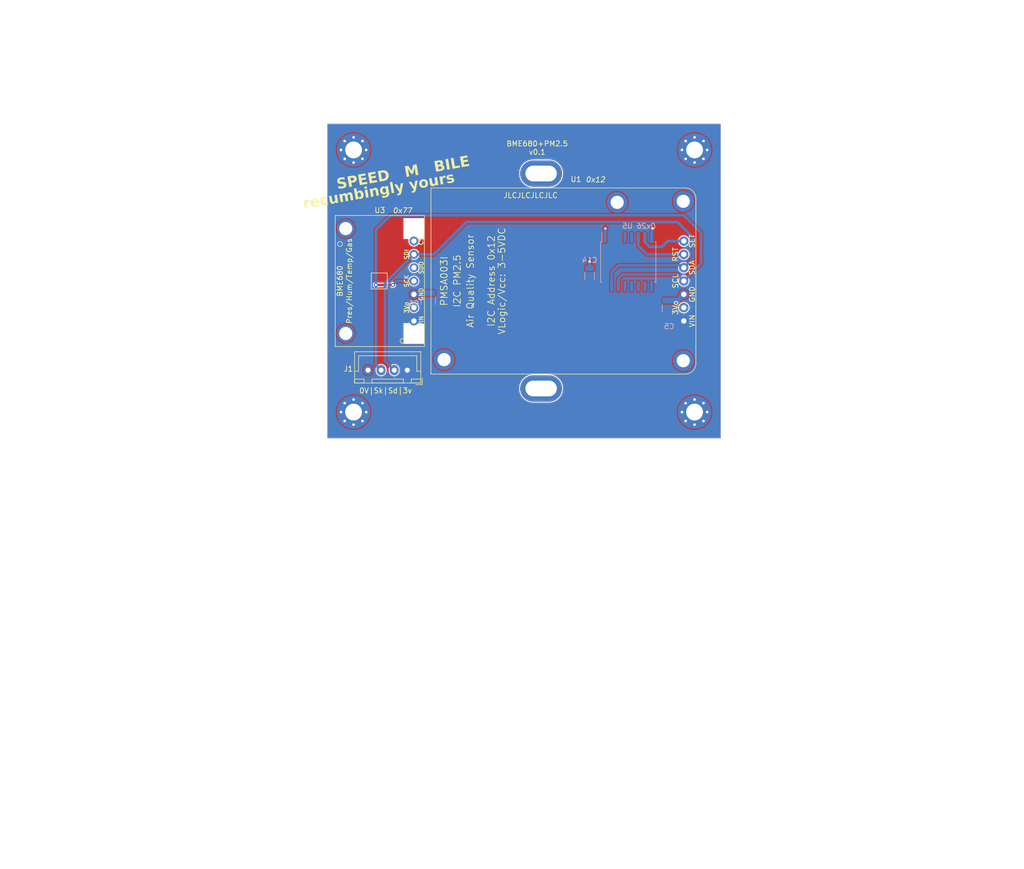
<source format=kicad_pcb>
(kicad_pcb (version 20221018) (generator pcbnew)
  (layers (0 "F.Cu" signal) (31 "B.Cu" signal) (34 "B.Paste" user) (35 "F.Paste" user) (36 "B.SilkS" user "B.Silkscreen") (37 "F.SilkS" user "F.Silkscreen") (38 "B.Mask" user) (39 "F.Mask" user) (44 "Edge.Cuts" user))
  (net 0 "")
  (net 1 "GND")
  (net 2 "+3V3")
  (net 3 "/SDA")
  (net 4 "/SCL")
  (net 6 "/RST")
  (net 7 "/SET")
  (footprint "additional:PMSA003I" (layer "F.Cu") (at 149.95 76 90)
    (fp_text reference "U1" (at 19.4 -20.55 unlocked) (layer "F.SilkS"))
    (fp_text value "~")
    (fp_text user "VIN" (at -7.62 1.6 90 unlocked) (layer "F.SilkS"))
    (fp_text user "PMSA003I" (at 0 -45.7 90 unlocked) (layer "F.SilkS") (effects (font (size 1.3 1.3))))
    (fp_text user "I2C PM2.5" (at 0 -43.2 90 unlocked) (layer "F.SilkS") (effects (font (size 1.3 1.3))))
    (fp_text user "RST" (at 5.08 -1.6 90 unlocked) (layer "F.SilkS"))
    (fp_text user "SET" (at 7.62 1.6 90 unlocked) (layer "F.SilkS"))
    (fp_text user "SCL" (at 0 -1.6 90 unlocked) (layer "F.SilkS"))
    (fp_text user "SDA" (at 2.54 1.6 90 unlocked) (layer "F.SilkS"))
    (fp_text user "GND" (at -2.54 1.6 90 unlocked) (layer "F.SilkS"))
    (fp_text user "3Vo" (at -5.08 -1.6 90 unlocked) (layer "F.SilkS"))
    (fp_text user "Air Quality Sensor" (at 0 -40.7 90 unlocked) (layer "F.SilkS") (effects (font (size 1.3 1.3))))
    (fp_text user "I2C Address 0x12" (at 0 -36.7 90 unlocked) (layer "F.SilkS") (effects (font (size 1.3 1.3))))
    (fp_text user "VLogic/Vcc: 3-5VDC" (at 0 -34.7 90 unlocked) (layer "F.SilkS") (effects (font (size 1.3 1.3))))
    (pad "" np_thru_hole oval (at -20.5 -27.2 90) (size 5 8) (drill oval 3 6) (layers "F&B.Cu" "*.Mask"))
    (pad "" np_thru_hole oval (at 20.5 -27.2 90) (size 5 8) (drill oval 3 6) (layers "F&B.Cu" "*.Mask"))
    (pad "1" thru_hole circle (at -7.62 0 90) (size 1.8 1.8) (drill 1) (layers "*.Cu" "*.Mask") (net 2 "+3V3"))
    (pad "2" thru_hole circle (at -5.08 0 90) (size 1.8 1.8) (drill 1) (layers "*.Cu" "*.Mask"))
    (pad "3" thru_hole circle (at -15.2 -0.1 90) (size 4 4) (drill 2.5) (layers "*.Cu" "*.Mask") (net 1 "GND"))
    (pad "3" thru_hole circle (at -15 -45.6946 90) (size 4 4) (drill 2.5) (layers "*.Cu" "*.Mask") (net 1 "GND"))
    (pad "3" thru_hole circle (at -2.54 0 90) (size 1.8 1.8) (drill 1) (layers "*.Cu" "*.Mask") (net 1 "GND"))
    (pad "3" thru_hole circle (at 15 -12.7 90) (size 4 4) (drill 2.5) (layers "*.Cu" "*.Mask") (net 1 "GND"))
    (pad "3" thru_hole circle (at 15.2 -0.1 90) (size 4 4) (drill 2.5) (layers "*.Cu" "*.Mask") (net 1 "GND"))
    (pad "4" thru_hole circle (at 0 0 90) (size 1.8 1.8) (drill 1) (layers "*.Cu" "*.Mask") (net 4 "/SCL"))
    (pad "5" thru_hole circle (at 2.54 0 90) (size 1.8 1.8) (drill 1) (layers "*.Cu" "*.Mask") (net 3 "/SDA"))
    (pad "6" thru_hole circle (at 5.08 0 90) (size 1.8 1.8) (drill 1) (layers "*.Cu" "*.Mask") (net 6 "/RST"))
    (pad "7" thru_hole circle (at 7.62 0 90) (size 1.8 1.8) (drill 1) (layers "*.Cu" "*.Mask") (net 7 "/SET"))
  )
  (footprint "additional:OSHW-Logo2_9.8x8mm_Mask" (layer "F.Cu") (at 142 100)
    (fp_text reference "SYMB1" hide)
    (fp_text value "OSHW" hide)
    (fp_poly (pts (xy 3.570851 2.639393) (xy 3.594205 2.649599) (xy 3.649946 2.693745) (xy 3.697613 2.757578) (xy 3.727092 2.825698) (xy 3.73189 2.859281) (xy 3.715804 2.906167) (xy 3.680519 2.930976) (xy 3.642688 2.945998) (xy 3.625365 2.948766) (xy 3.61693 2.928677) (xy 3.600274 2.884962) (xy 3.592967 2.865209) (xy 3.551992 2.796882) (xy 3.492666 2.762802) (xy 3.416596 2.76385) (xy 3.410962 2.765192) (xy 3.370349 2.784447) (xy 3.340492 2.821986) (xy 3.320099 2.88242) (xy 3.30788 2.970362) (xy 3.302544 3.090424) (xy 3.302044 3.154309) (xy 3.301796 3.255014) (xy 3.30017 3.323665) (xy 3.295845 3.367284) (xy 3.287498 3.392893) (xy 3.273809 3.407514) (xy 3.253455 3.418169) (xy 3.252278 3.418706) (xy 3.213082 3.435278) (xy 3.193663 3.44138) (xy 3.190679 3.42293) (xy 3.188125 3.371934) (xy 3.186184 3.294919) (xy 3.185041 3.198416) (xy 3.184813 3.127795) (xy 3.185976 2.991136) (xy 3.190523 2.887462) (xy 3.200043 2.810719) (xy 3.216125 2.754857) (xy 3.240357 2.713823) (xy 3.27433 2.681565) (xy 3.307877 2.659051) (xy 3.388543 2.629087) (xy 3.482425 2.622329) (xy 3.570851 2.639393)) (stroke (width 0.01)) (fill solid) (layer "F.Cu"))
    (fp_poly (pts (xy -1.728292 2.5977) (xy -1.665589 2.633969) (xy -1.621995 2.669969) (xy -1.590111 2.707686) (xy -1.568146 2.75381) (xy -1.554307 2.815032) (xy -1.546803 2.898042) (xy -1.543839 3.00953) (xy -1.543495 3.089673) (xy -1.543495 3.384676) (xy -1.709571 3.459126) (xy -1.719341 3.136013) (xy -1.723377 3.01534) (xy -1.727612 2.927752) (xy -1.732859 2.867261) (xy -1.739931 2.827879) (xy -1.749645 2.803618) (xy -1.762812 2.788491) (xy -1.767037 2.785217) (xy -1.831047 2.759645) (xy -1.895748 2.769764) (xy -1.934264 2.796611) (xy -1.949931 2.815635) (xy -1.960776 2.840599) (xy -1.967668 2.878445) (xy -1.971477 2.936113) (xy -1.973073 3.020546) (xy -1.973341 3.108539) (xy -1.973393 3.218934) (xy -1.975284 3.297074) (xy -1.981611 3.349776) (xy -1.994973 3.383853) (xy -2.017971 3.406122) (xy -2.053202 3.423398) (xy -2.100259 3.441349) (xy -2.151653 3.460889) (xy -2.145535 3.114096) (xy -2.143072 2.989079) (xy -2.140189 2.896693) (xy -2.136058 2.830492) (xy -2.129849 2.784031) (xy -2.12073 2.750867) (xy -2.107873 2.724555) (xy -2.092372 2.70134) (xy -2.017585 2.62718) (xy -1.926328 2.584295) (xy -1.827073 2.574023) (xy -1.728292 2.5977)) (stroke (width 0.01)) (fill solid) (layer "F.Cu"))
    (fp_poly (pts (xy 0.713406 2.627281) (xy 0.802161 2.660032) (xy 0.874066 2.717961) (xy 0.902188 2.758739) (xy 0.932846 2.833565) (xy 0.932209 2.887669) (xy 0.900031 2.924057) (xy 0.888125 2.930244) (xy 0.836719 2.949536) (xy 0.810466 2.944593) (xy 0.801574 2.912198) (xy 0.801121 2.894303) (xy 0.784841 2.82847) (xy 0.742409 2.782418) (xy 0.683432 2.760175) (xy 0.617519 2.765772) (xy 0.563939 2.79484) (xy 0.545842 2.811421) (xy 0.533015 2.831536) (xy 0.52435 2.861943) (xy 0.51874 2.909399) (xy 0.515079 2.980661) (xy 0.512259 3.082486) (xy 0.511528 3.114726) (xy 0.508864 3.225021) (xy 0.505836 3.302647) (xy 0.501294 3.354007) (xy 0.49409 3.385501) (xy 0.483077 3.403531) (xy 0.467104 3.414499) (xy 0.456878 3.419344) (xy 0.41345 3.435912) (xy 0.387886 3.44138) (xy 0.379439 3.423118) (xy 0.374283 3.367907) (xy 0.37239 3.27511) (xy 0.373733 3.144089) (xy 0.374151 3.12388) (xy 0.377102 3.004344) (xy 0.380592 2.91706) (xy 0.385558 2.855202) (xy 0.392937 2.811947) (xy 0.403668 2.780471) (xy 0.418689 2.75395) (xy 0.426546 2.742586) (xy 0.471597 2.692303) (xy 0.521984 2.653192) (xy 0.528152 2.649778) (xy 0.618502 2.622823) (xy 0.713406 2.627281)) (stroke (width 0.01)) (fill solid) (layer "F.Cu"))
    (fp_poly (pts (xy -0.84011 2.494731) (xy -0.834384 2.574591) (xy -0.827807 2.62165) (xy -0.818694 2.642177) (xy -0.805358 2.64244) (xy -0.801033 2.639989) (xy -0.743512 2.622247) (xy -0.668688 2.623283) (xy -0.592617 2.641521) (xy -0.545038 2.665116) (xy -0.496254 2.702809) (xy -0.460592 2.745466) (xy -0.436111 2.799668) (xy -0.420869 2.871995) (xy -0.412926 2.96903) (xy -0.41034 3.097353) (xy -0.410294 3.121969) (xy -0.410264 3.398481) (xy -0.471795 3.419931) (xy -0.515497 3.434523) (xy -0.539474 3.441317) (xy -0.540179 3.44138) (xy -0.542541 3.422956) (xy -0.54455 3.372137) (xy -0.546055 3.295604) (xy -0.546903 3.200041) (xy -0.547033 3.14194) (xy -0.547305 3.027382) (xy -0.548704 2.945278) (xy -0.552107 2.889004) (xy -0.558389 2.851937) (xy -0.568427 2.827455) (xy -0.583095 2.808936) (xy -0.592254 2.800017) (xy -0.655167 2.764077) (xy -0.72382 2.761386) (xy -0.786108 2.791781) (xy -0.797627 2.802755) (xy -0.814523 2.82339) (xy -0.826242 2.847867) (xy -0.833723 2.883258) (xy -0.837902 2.936637) (xy -0.839719 3.015077) (xy -0.84011 3.123228) (xy -0.84011 3.398481) (xy -0.901641 3.419931) (xy -0.945343 3.434523) (xy -0.96932 3.441317) (xy -0.970026 3.44138) (xy -0.97183 3.42268) (xy -0.973456 3.369933) (xy -0.974839 3.288168) (xy -0.975914 3.182416) (xy -0.976616 3.057705) (xy -0.976879 2.919066) (xy -0.976879 2.384417) (xy -0.849879 2.330847) (xy -0.84011 2.494731)) (stroke (width 0.01)) (fill solid) (layer "F.Cu"))
    (fp_poly (pts (xy 2.395973 2.639273) (xy 2.398955 2.690679) (xy 2.401291 2.768803) (xy 2.402793 2.867468) (xy 2.403275 2.970954) (xy 2.403275 3.321144) (xy 2.341445 3.382974) (xy 2.298837 3.421073) (xy 2.261434 3.436506) (xy 2.210314 3.435529) (xy 2.190022 3.433044) (xy 2.126598 3.425811) (xy 2.074139 3.421666) (xy 2.061352 3.421283) (xy 2.018243 3.423787) (xy 1.956588 3.430073) (xy 1.932682 3.433044) (xy 1.873966 3.437639) (xy 1.834508 3.427657) (xy 1.795382 3.396839) (xy 1.781259 3.382974) (xy 1.719429 3.321144) (xy 1.719429 2.666114) (xy 1.769194 2.64344) (xy 1.812046 2.626645) (xy 1.837117 2.620765) (xy 1.843545 2.639347) (xy 1.849553 2.691266) (xy 1.854741 2.770783) (xy 1.858708 2.872157) (xy 1.860621 2.957803) (xy 1.865967 3.294842) (xy 1.912604 3.301436) (xy 1.95502 3.296825) (xy 1.975804 3.281898) (xy 1.981614 3.253988) (xy 1.986574 3.194536) (xy 1.99029 3.111077) (xy 1.992368 3.011143) (xy 1.992668 2.959715) (xy 1.992967 2.663665) (xy 2.054498 2.642215) (xy 2.098048 2.627631) (xy 2.121738 2.62083) (xy 2.122421 2.620765) (xy 2.124798 2.639253) (xy 2.12741 2.690517) (xy 2.130039 2.76826) (xy 2.132465 2.866185) (xy 2.134159 2.957803) (xy 2.139505 3.294842) (xy 2.256736 3.294842) (xy 2.262116 2.987357) (xy 2.267495 2.679872) (xy 2.324645 2.650318) (xy 2.366841 2.630024) (xy 2.391814 2.620815) (xy 2.392535 2.620765) (xy 2.395973 2.639273)) (stroke (width 0.01)) (fill solid) (layer "F.Cu"))
    (fp_poly (pts (xy -3.98307 2.589867) (xy -3.891492 2.63802) (xy -3.823907 2.715516) (xy -3.799899 2.765338) (xy -3.781218 2.840144) (xy -3.771655 2.934663) (xy -3.770748 3.037821) (xy -3.778035 3.138546) (xy -3.793053 3.225764) (xy -3.815341 3.288402) (xy -3.822191 3.29919) (xy -3.903324 3.379716) (xy -3.99969 3.427947) (xy -4.104255 3.442061) (xy -4.209988 3.42024) (xy -4.239413 3.407158) (xy -4.296715 3.366842) (xy -4.347006 3.313386) (xy -4.351759 3.306606) (xy -4.371078 3.273932) (xy -4.383848 3.239005) (xy -4.391392 3.193025) (xy -4.395032 3.127195) (xy -4.396091 3.032716) (xy -4.39611 3.011534) (xy -4.396062 3.004793) (xy -4.200725 3.004793) (xy -4.199588 3.09396) (xy -4.195115 3.153131) (xy -4.18571 3.191352) (xy -4.16978 3.217664) (xy -4.161648 3.226457) (xy -4.114898 3.259872) (xy -4.069509 3.258348) (xy -4.023616 3.229363) (xy -3.996244 3.19842) (xy -3.980033 3.153254) (xy -3.97093 3.082031) (xy -3.970305 3.073725) (xy -3.968752 2.944648) (xy -3.984991 2.848783) (xy -4.018804 2.786718) (xy -4.069972 2.759043) (xy -4.088236 2.757534) (xy -4.136196 2.765124) (xy -4.169003 2.791419) (xy -4.189061 2.841706) (xy -4.198778 2.921275) (xy -4.200725 3.004793) (xy -4.396062 3.004793) (xy -4.395382 2.91086) (xy -4.392327 2.840517) (xy -4.385634 2.791774) (xy -4.373996 2.755899) (xy -4.356103 2.724159) (xy -4.352148 2.718259) (xy -4.285689 2.638715) (xy -4.213271 2.59254) (xy -4.125107 2.57421) (xy -4.095169 2.573314) (xy -3.98307 2.589867)) (stroke (width 0.01)) (fill solid) (layer "F.Cu"))
    (fp_poly (pts (xy 4.245268 2.650449) (xy 4.322572 2.700972) (xy 4.359858 2.746201) (xy 4.389397 2.828274) (xy 4.391743 2.893218) (xy 4.386429 2.980056) (xy 4.186159 3.067714) (xy 4.088783 3.112498) (xy 4.025157 3.148524) (xy 3.992073 3.179728) (xy 3.986324 3.210047) (xy 4.004702 3.243416) (xy 4.024967 3.265534) (xy 4.083933 3.301004) (xy 4.148068 3.30349) (xy 4.20697 3.275846) (xy 4.250241 3.220931) (xy 4.25798 3.201539) (xy 4.29505 3.140975) (xy 4.337698 3.115163) (xy 4.396198 3.093082) (xy 4.396198 3.176795) (xy 4.391026 3.233761) (xy 4.370767 3.2818) (xy 4.328306 3.336957) (xy 4.321995 3.344125) (xy 4.274764 3.393196) (xy 4.234165 3.419531) (xy 4.183372 3.431646) (xy 4.141264 3.435614) (xy 4.065946 3.436602) (xy 4.01233 3.424077) (xy 3.978882 3.40548) (xy 3.926312 3.364586) (xy 3.889923 3.320359) (xy 3.866894 3.264737) (xy 3.854403 3.189658) (xy 3.849631 3.08706) (xy 3.84925 3.034987) (xy 3.850545 2.972559) (xy 3.968515 2.972559) (xy 3.969883 3.006049) (xy 3.973293 3.011534) (xy 3.995797 3.004083) (xy 4.044226 2.984364) (xy 4.108952 2.956329) (xy 4.122487 2.950303) (xy 4.204288 2.908707) (xy 4.249356 2.872149) (xy 4.259261 2.837907) (xy 4.23557 2.803259) (xy 4.216004 2.78795) (xy 4.145404 2.757332) (xy 4.079324 2.762391) (xy 4.024003 2.799762) (xy 3.98568 2.866084) (xy 3.973393 2.918727) (xy 3.968515 2.972559) (xy 3.850545 2.972559) (xy 3.851774 2.913331) (xy 3.861076 2.823321) (xy 3.879504 2.757778) (xy 3.909404 2.709523) (xy 3.953124 2.671378) (xy 3.972185 2.659051) (xy 4.05877 2.626947) (xy 4.153566 2.624927) (xy 4.245268 2.650449)) (stroke (width 0.01)) (fill solid) (layer "F.Cu"))
    (fp_poly (pts (xy 1.602125 2.7829) (xy 1.601877 2.928931) (xy 1.600916 3.041266) (xy 1.598838 3.125289) (xy 1.595237 3.18638) (xy 1.589709 3.22992) (xy 1.581848 3.26129) (xy 1.571251 3.285873) (xy 1.563226 3.299905) (xy 1.496772 3.375999) (xy 1.412514 3.423695) (xy 1.319293 3.44081) (xy 1.225944 3.425157) (xy 1.170356 3.397029) (xy 1.112001 3.348371) (xy 1.07223 3.288944) (xy 1.048234 3.211118) (xy 1.037205 3.107263) (xy 1.035643 3.031073) (xy 1.035853 3.025597) (xy 1.172352 3.025597) (xy 1.173185 3.112966) (xy 1.177005 3.170803) (xy 1.18579 3.20864) (xy 1.201518 3.236009) (xy 1.22031 3.256653) (xy 1.283419 3.296501) (xy 1.351181 3.299906) (xy 1.415223 3.266636) (xy 1.420208 3.262128) (xy 1.441483 3.238678) (xy 1.454823 3.210777) (xy 1.462045 3.169252) (xy 1.464967 3.104927) (xy 1.465429 3.033811) (xy 1.464427 2.944469) (xy 1.460282 2.884869) (xy 1.45128 2.8457) (xy 1.435711 2.817651) (xy 1.422946 2.802755) (xy 1.363644 2.765186) (xy 1.295345 2.760668) (xy 1.230154 2.789364) (xy 1.217572 2.800017) (xy 1.196155 2.823674) (xy 1.182788 2.851862) (xy 1.17561 2.893856) (xy 1.172763 2.95893) (xy 1.172352 3.025597) (xy 1.035853 3.025597) (xy 1.040366 2.908376) (xy 1.056406 2.816188) (xy 1.086572 2.74688) (xy 1.133673 2.692822) (xy 1.170356 2.665116) (xy 1.237034 2.635183) (xy 1.314316 2.621289) (xy 1.386154 2.625008) (xy 1.426352 2.640011) (xy 1.442126 2.644281) (xy 1.452594 2.628361) (xy 1.4599 2.5857) (xy 1.465429 2.520717) (xy 1.471481 2.448343) (xy 1.479888 2.404798) (xy 1.495185 2.379898) (xy 1.521908 2.363456) (xy 1.538698 2.356175) (xy 1.602198 2.329574) (xy 1.602125 2.7829)) (stroke (width 0.01)) (fill solid) (layer "F.Cu"))
    (fp_poly (pts (xy -2.465702 2.602356) (xy -2.38867 2.654178) (xy -2.32914 2.729023) (xy -2.293578 2.824265) (xy -2.286385 2.894367) (xy -2.287202 2.92362) (xy -2.294042 2.946018) (xy -2.312844 2.966085) (xy -2.349548 2.988344) (xy -2.410094 3.01732) (xy -2.500422 3.057538) (xy -2.500879 3.05774) (xy -2.584023 3.095821) (xy -2.652203 3.129636) (xy -2.698451 3.155544) (xy -2.715798 3.169906) (xy -2.715802 3.170022) (xy -2.700513 3.201296) (xy -2.66476 3.235768) (xy -2.623714 3.260601) (xy -2.602919 3.265534) (xy -2.546186 3.248473) (xy -2.497329 3.205744) (xy -2.473491 3.158766) (xy -2.450559 3.124133) (xy -2.405638 3.084692) (xy -2.352833 3.05062) (xy -2.306246 3.032091) (xy -2.296504 3.031073) (xy -2.285538 3.047826) (xy -2.284877 3.09065) (xy -2.292936 3.148392) (xy -2.308129 3.2099) (xy -2.32887 3.26402) (xy -2.329918 3.266121) (xy -2.392335 3.353271) (xy -2.47323 3.41255) (xy -2.5651 3.441645) (xy -2.660443 3.438245) (xy -2.751758 3.400039) (xy -2.755818 3.397352) (xy -2.82765 3.332253) (xy -2.874883 3.247316) (xy -2.901022 3.135632) (xy -2.90453 3.104254) (xy -2.910743 2.956147) (xy -2.903295 2.887079) (xy -2.715802 2.887079) (xy -2.713366 2.930163) (xy -2.700042 2.942737) (xy -2.666824 2.93333) (xy -2.614462 2.911094) (xy -2.555932 2.883221) (xy -2.554477 2.882483) (xy -2.504867 2.856388) (xy -2.484956 2.838974) (xy -2.489866 2.820718) (xy -2.51054 2.796731) (xy -2.563137 2.762017) (xy -2.619779 2.759467) (xy -2.670587 2.78473) (xy -2.70568 2.833458) (xy -2.715802 2.887079) (xy -2.903295 2.887079) (xy -2.897964 2.837647) (xy -2.865178 2.743666) (xy -2.819535 2.677826) (xy -2.737154 2.611292) (xy -2.64641 2.578287) (xy -2.553771 2.576184) (xy -2.465702 2.602356)) (stroke (width 0.01)) (fill solid) (layer "F.Cu"))
    (fp_poly (pts (xy 0.053545 2.628914) (xy 0.130104 2.657344) (xy 0.13098 2.65789) (xy 0.178329 2.692738) (xy 0.213285 2.733463) (xy 0.237869 2.786536) (xy 0.254106 2.858425) (xy 0.264019 2.955603) (xy 0.26963 3.084539) (xy 0.270121 3.102909) (xy 0.277185 3.379898) (xy 0.217739 3.410639) (xy 0.174725 3.431413) (xy 0.148754 3.441257) (xy 0.147553 3.44138) (xy 0.143058 3.423217) (xy 0.139488 3.374223) (xy 0.137292 3.302642) (xy 0.136813 3.244679) (xy 0.136802 3.150781) (xy 0.13251 3.091814) (xy 0.117547 3.06369) (xy 0.085526 3.062317) (xy 0.030058 3.083609) (xy -0.053687 3.122747) (xy -0.115267 3.155254) (xy -0.146939 3.183456) (xy -0.15625 3.214193) (xy -0.156264 3.215715) (xy -0.140899 3.268665) (xy -0.095409 3.297271) (xy -0.02579 3.301414) (xy 0.024357 3.300695) (xy 0.050798 3.315138) (xy 0.067287 3.349829) (xy 0.076777 3.394027) (xy 0.063101 3.419104) (xy 0.057951 3.422693) (xy 0.009469 3.437107) (xy -0.058425 3.439148) (xy -0.128344 3.429594) (xy -0.177888 3.412133) (xy -0.246386 3.353975) (xy -0.285322 3.273019) (xy -0.293033 3.209771) (xy -0.287149 3.152722) (xy -0.265855 3.106153) (xy -0.223691 3.064792) (xy -0.155197 3.023366) (xy -0.054912 2.976604) (xy -0.048802 2.973961) (xy 0.041534 2.932228) (xy 0.097279 2.898002) (xy 0.121173 2.867246) (xy 0.115957 2.835922) (xy 0.084372 2.799994) (xy 0.074927 2.791727) (xy 0.011661 2.759669) (xy -0.053892 2.761018) (xy -0.110984 2.792449) (xy -0.148863 2.850635) (xy -0.152382 2.862057) (xy -0.186656 2.917448) (xy -0.230147 2.944129) (xy -0.293033 2.970571) (xy -0.293033 2.902159) (xy -0.273904 2.802721) (xy -0.217125 2.711513) (xy -0.187578 2.681) (xy -0.120414 2.641839) (xy -0.035 2.624111) (xy 0.053545 2.628914)) (stroke (width 0.01)) (fill solid) (layer "F.Cu"))
    (fp_poly (pts (xy -3.23107 2.587116) (xy -3.156417 2.624338) (xy -3.090525 2.692872) (xy -3.072379 2.718259) (xy -3.052611 2.751477) (xy -3.039784 2.787556) (xy -3.032446 2.835709) (xy -3.029143 2.905147) (xy -3.028418 2.996817) (xy -3.031693 3.122441) (xy -3.043079 3.216765) (xy -3.064915 3.287134) (xy -3.099537 3.340897) (xy -3.149286 3.385399) (xy -3.152942 3.388034) (xy -3.201971 3.414988) (xy -3.261011 3.428323) (xy -3.336097 3.431611) (xy -3.458161 3.431611) (xy -3.458212 3.550108) (xy -3.459348 3.616103) (xy -3.46627 3.654813) (xy -3.484358 3.67803) (xy -3.518994 3.697544) (xy -3.527311 3.701531) (xy -3.566236 3.720214) (xy -3.596373 3.732014) (xy -3.618782 3.733033) (xy -3.634523 3.719372) (xy -3.644654 3.687133) (xy -3.650233 3.632415) (xy -3.652321 3.551322) (xy -3.651975 3.439955) (xy -3.650256 3.294413) (xy -3.649719 3.25088) (xy -3.647784 3.100816) (xy -3.646052 3.002653) (xy -3.458264 3.002653) (xy -3.457208 3.085975) (xy -3.452518 3.140491) (xy -3.441905 3.176448) (xy -3.423084 3.204093) (xy -3.410306 3.217576) (xy -3.358066 3.257028) (xy -3.311814 3.260239) (xy -3.264089 3.22766) (xy -3.262879 3.226457) (xy -3.243462 3.201279) (xy -3.231649 3.167058) (xy -3.225691 3.114359) (xy -3.223836 3.033742) (xy -3.223802 3.015882) (xy -3.228286 2.904786) (xy -3.242882 2.827772) (xy -3.269306 2.780758) (xy -3.309273 2.759661) (xy -3.332372 2.757534) (xy -3.387194 2.767511) (xy -3.424798 2.800363) (xy -3.447433 2.860468) (xy -3.45735 2.952209) (xy -3.458264 3.002653) (xy -3.646052 3.002653) (xy -3.645734 2.984671) (xy -3.643083 2.89729) (xy -3.63935 2.833516) (xy -3.634049 2.788193) (xy -3.626698 2.756166) (xy -3.616813 2.732279) (xy -3.60391 2.711375) (xy -3.598377 2.703509) (xy -3.524987 2.629206) (xy -3.432196 2.587078) (xy -3.32486 2.575333) (xy -3.23107 2.587116)) (stroke (width 0.01)) (fill solid) (layer "F.Cu"))
    (fp_poly (pts (xy 2.887377 2.636139) (xy 2.943634 2.661728) (xy 2.987791 2.692735) (xy 3.020145 2.727406) (xy 3.042482 2.772131) (xy 3.05659 2.833303) (xy 3.064255 2.917312) (xy 3.067264 3.030551) (xy 3.067582 3.10512) (xy 3.067582 3.396031) (xy 3.017817 3.418706) (xy 2.97862 3.435278) (xy 2.959201 3.44138) (xy 2.955486 3.423221) (xy 2.952539 3.374259) (xy 2.950735 3.302764) (xy 2.950352 3.245996) (xy 2.948705 3.163982) (xy 2.944266 3.09892) (xy 2.937784 3.059078) (xy 2.932634 3.050611) (xy 2.898021 3.059257) (xy 2.843684 3.081434) (xy 2.780766 3.111497) (xy 2.720412 3.143803) (xy 2.673765 3.172709) (xy 2.65197 3.192572) (xy 2.651883 3.192786) (xy 2.653758 3.229546) (xy 2.670569 3.264637) (xy 2.700083 3.293139) (xy 2.74316 3.302672) (xy 2.779976 3.301561) (xy 2.832118 3.300744) (xy 2.859488 3.31296) (xy 2.875926 3.345235) (xy 2.877999 3.351321) (xy 2.885125 3.39735) (xy 2.866068 3.425298) (xy 2.816397 3.438618) (xy 2.762741 3.441081) (xy 2.666186 3.422821) (xy 2.616203 3.396742) (xy 2.554473 3.335479) (xy 2.521734 3.260281) (xy 2.518797 3.180822) (xy 2.546468 3.106778) (xy 2.588091 3.06038) (xy 2.629648 3.034404) (xy 2.694966 3.001518) (xy 2.771082 2.968168) (xy 2.78377 2.963072) (xy 2.867377 2.926176) (xy 2.915574 2.893657) (xy 2.931074 2.861329) (xy 2.916594 2.825005) (xy 2.891736 2.796611) (xy 2.832983 2.76165) (xy 2.768337 2.759028) (xy 2.709052 2.785969) (xy 2.666383 2.839699) (xy 2.660783 2.853561) (xy 2.628177 2.904547) (xy 2.580574 2.942398) (xy 2.520505 2.973461) (xy 2.520505 2.885379) (xy 2.524041 2.831562) (xy 2.5392 2.789145) (xy 2.572812 2.74389) (xy 2.605079 2.709031) (xy 2.655253 2.659673) (xy 2.694237 2.633158) (xy 2.736108 2.622522) (xy 2.783504 2.620765) (xy 2.887377 2.636139)) (stroke (width 0.01)) (fill solid) (layer "F.Cu"))
    (fp_poly (pts (xy 0.139922 -3.709613) (xy 0.245656 -3.709034) (xy 0.322176 -3.707467) (xy 0.374416 -3.704417) (xy 0.407307 -3.699393) (xy 0.425781 -3.6919) (xy 0.434771 -3.681445) (xy 0.439207 -3.667536) (xy 0.439638 -3.665735) (xy 0.446377 -3.633244) (xy 0.458852 -3.569137) (xy 0.475763 -3.480238) (xy 0.495815 -3.37337) (xy 0.517708 -3.255356) (xy 0.518473 -3.251211) (xy 0.540403 -3.135558) (xy 0.560921 -3.033375) (xy 0.578703 -2.950791) (xy 0.592425 -2.893933) (xy 0.600762 -2.868931) (xy 0.60116 -2.868488) (xy 0.625721 -2.856279) (xy 0.676359 -2.835933) (xy 0.742139 -2.811844) (xy 0.742505 -2.811715) (xy 0.825361 -2.780571) (xy 0.923044 -2.740898) (xy 1.015121 -2.701008) (xy 1.019478 -2.699036) (xy 1.169451 -2.630969) (xy 1.501542 -2.85775) (xy 1.603418 -2.926885) (xy 1.695701 -2.988692) (xy 1.773047 -3.039656) (xy 1.830108 -3.076262) (xy 1.861539 -3.094995) (xy 1.864523 -3.096385) (xy 1.887365 -3.090199) (xy 1.930026 -3.060354) (xy 1.994172 -3.005442) (xy 2.081465 -2.924055) (xy 2.170579 -2.837467) (xy 2.256485 -2.752142) (xy 2.333371 -2.674281) (xy 2.396608 -2.608692) (xy 2.441567 -2.560184) (xy 2.46362 -2.533564) (xy 2.46444 -2.532194) (xy 2.466878 -2.513926) (xy 2.457694 -2.484094) (xy 2.434618 -2.438668) (xy 2.395381 -2.373619) (xy 2.337714 -2.284919) (xy 2.260839 -2.170732) (xy 2.192614 -2.070227) (xy 2.131626 -1.980086) (xy 2.0814 -1.90554) (xy 2.04546 -1.851824) (xy 2.027331 -1.824171) (xy 2.02619 -1.822294) (xy 2.028403 -1.795799) (xy 2.045182 -1.744303) (xy 2.073186 -1.677538) (xy 2.083166 -1.656217) (xy 2.126716 -1.56123) (xy 2.173178 -1.453452) (xy 2.210921 -1.360197) (xy 2.238117 -1.290983) (xy 2.259719 -1.238383) (xy 2.272202 -1.210892) (xy 2.273753 -1.208773) (xy 2.296712 -1.205265) (xy 2.35083 -1.195651) (xy 2.428912 -1.1813) (xy 2.523763 -1.163582) (xy 2.628187 -1.143864) (xy 2.734988 -1.123515) (xy 2.83697 -1.103903) (xy 2.926938 -1.086398) (xy 2.997697 -1.072367) (xy 3.04205 -1.06318) (xy 3.052929 -1.060582) (xy 3.064166 -1.054171) (xy 3.072649 -1.039692) (xy 3.078758 -1.012256) (xy 3.082876 -0.966978) (xy 3.085385 -0.898969) (xy 3.086665 -0.803342) (xy 3.087098 -0.675209) (xy 3.087121 -0.622688) (xy 3.087121 -0.195544) (xy 2.984544 -0.175298) (xy 2.927475 -0.164319) (xy 2.842313 -0.148294) (xy 2.739416 -0.129156) (xy 2.62914 -0.108838) (xy 2.598659 -0.103257) (xy 2.496899 -0.083472) (xy 2.408249 -0.064016) (xy 2.340152 -0.046692) (xy 2.300048 -0.033301) (xy 2.293367 -0.02931) (xy 2.276963 -0.001047) (xy 2.253443 0.05372) (xy 2.22736 0.124199) (xy 2.222186 0.13938) (xy 2.188 0.233507) (xy 2.145567 0.339712) (xy 2.104041 0.435084) (xy 2.103836 0.435527) (xy 2.034684 0.585136) (xy 2.489556 1.254228) (xy 2.197544 1.546727) (xy 2.109224 1.633781) (xy 2.028669 1.71052) (xy 1.960404 1.772848) (xy 1.908952 1.816667) (xy 1.878838 1.837881) (xy 1.874518 1.839227) (xy 1.849155 1.828627) (xy 1.797402 1.799158) (xy 1.724912 1.754316) (xy 1.637338 1.697595) (xy 1.542656 1.634073) (xy 1.44656 1.569279) (xy 1.360881 1.512898) (xy 1.29106 1.468399) (xy 1.242538 1.43925) (xy 1.220826 1.428919) (xy 1.194337 1.437661) (xy 1.144106 1.460698) (xy 1.080495 1.493242) (xy 1.073752 1.49686) (xy 0.98809 1.539821) (xy 0.92935 1.56089) (xy 0.892816 1.561114) (xy 0.873775 1.541539) (xy 0.873664 1.541265) (xy 0.864146 1.518083) (xy 0.841447 1.463052) (xy 0.807326 1.380433) (xy 0.763544 1.274483) (xy 0.71186 1.149463) (xy 0.654036 1.009631) (xy 0.598035 0.874248) (xy 0.536491 0.724845) (xy 0.479983 0.586443) (xy 0.430205 0.463284) (xy 0.38885 0.359613) (xy 0.357612 0.27967) (xy 0.338185 0.227699) (xy 0.332198 0.208303) (xy 0.347212 0.186054) (xy 0.386483 0.150593) (xy 0.438851 0.111498) (xy 0.587985 -0.012144) (xy 0.704555 -0.153867) (xy 0.787162 -0.310685) (xy 0.83441 -0.479614) (xy 0.844901 -0.657667) (xy 0.837275 -0.73985) (xy 0.795726 -0.910358) (xy 0.724167 -1.06093) (xy 0.627039 -1.19008) (xy 0.508778 -1.296325) (xy 0.373824 -1.378179) (xy 0.226615 -1.434157) (xy 0.071588 -1.462774) (xy -0.086817 -1.462545) (xy -0.244162 -1.431984) (xy -0.39601 -1.369607) (xy -0.537921 -1.273929) (xy -0.597153 -1.219817) (xy -0.710753 -1.080869) (xy -0.78985 -0.929028) (xy -0.83497 -0.768722) (xy -0.84664 -0.604377) (xy -0.825387 -0.440418) (xy -0.771736 -0.281271) (xy -0.686216 -0.131364) (xy -0.569351 0.004878) (xy -0.438763 0.111498) (xy -0.384368 0.152253) (xy -0.345942 0.187329) (xy -0.33211 0.208337) (xy -0.339353 0.231246) (xy -0.359951 0.285976) (xy -0.39221 0.368283) (xy -0.434435 0.473926) (xy -0.484933 0.598661) (xy -0.542008 0.738247) (xy -0.598102 0.874281) (xy -0.659989 1.023812) (xy -0.717312 1.162378) (xy -0.768312 1.285718) (xy -0.811229 1.389575) (xy -0.844303 1.469691) (xy -0.865775 1.521806) (xy -0.873731 1.541265) (xy -0.892527 1.561034) (xy -0.928882 1.560976) (xy -0.987477 1.540052) (xy -1.072988 1.497224) (xy -1.073664 1.49686) (xy -1.138049 1.463623) (xy -1.190095 1.439413) (xy -1.219444 1.429015) (xy -1.220739 1.428919) (xy -1.242832 1.439466) (xy -1.291608 1.468795) (xy -1.361625 1.513438) (xy -1.447442 1.569925) (xy -1.542568 1.634073) (xy -1.639416 1.699022) (xy -1.726703 1.755507) (xy -1.798775 1.800032) (xy -1.849979 1.829101) (xy -1.87443 1.839227) (xy -1.896946 1.825918) (xy -1.942214 1.788723) (xy -2.005712 1.731739) (xy -2.082917 1.65906) (xy -2.169305 1.574782) (xy -2.197557 1.546627) (xy -2.489669 1.254027) (xy -2.267325 0.927715) (xy -2.199754 0.827508) (xy -2.140449 0.737574) (xy -2.092739 0.663121) (xy -2.059949 0.609362) (xy -2.045408 0.581505) (xy -2.044982 0.579523) (xy -2.052648 0.553266) (xy -2.073267 0.500448) (xy -2.103271 0.429921) (xy -2.124331 0.382704) (xy -2.163708 0.292305) (xy -2.200791 0.200977) (xy -2.229541 0.123811) (xy -2.237351 0.100303) (xy -2.259539 0.037527) (xy -2.281229 -0.010978) (xy -2.293143 -0.02931) (xy -2.319433 -0.04053) (xy -2.376814 -0.056435) (xy -2.457838 -0.075222) (xy -2.555061 -0.09509) (xy -2.598571 -0.103257) (xy -2.70906 -0.12356) (xy -2.81504 -0.143219) (xy -2.906155 -0.160301) (xy -2.972048 -0.172871) (xy -2.984456 -0.175298) (xy -3.087033 -0.195544) (xy -3.087033 -0.622688) (xy -3.086803 -0.763143) (xy -3.085857 -0.86941) (xy -3.083815 -0.946376) (xy -3.080294 -0.998929) (xy -3.074913 -1.031956) (xy -3.06729 -1.050344) (xy -3.057044 -1.058981) (xy -3.052841 -1.060582) (xy -3.027486 -1.066262) (xy -2.971472 -1.077594) (xy -2.891992 -1.09321) (xy -2.796244 -1.111742) (xy -2.691423 -1.13182) (xy -2.584724 -1.152077) (xy -2.483343 -1.171143) (xy -2.394477 -1.18765) (xy -2.325319 -1.20023) (xy -2.283067 -1.207514) (xy -2.273666 -1.208773) (xy -2.265149 -1.225626) (xy -2.246296 -1.270519) (xy -2.220632 -1.334959) (xy -2.210833 -1.360197) (xy -2.171308 -1.457703) (xy -2.124764 -1.56543) (xy -2.083079 -1.656217) (xy -2.052406 -1.725636) (xy -2.032 -1.782679) (xy -2.025188 -1.817612) (xy -2.026274 -1.822294) (xy -2.040671 -1.844398) (xy -2.073544 -1.893558) (xy -2.121366 -1.964541) (xy -2.180608 -2.052111) (xy -2.247741 -2.151032) (xy -2.261015 -2.170559) (xy -2.33891 -2.286249) (xy -2.396169 -2.374345) (xy -2.435075 -2.438903) (xy -2.457912 -2.483978) (xy -2.466962 -2.513626) (xy -2.464508 -2.531904) (xy -2.464445 -2.53202) (xy -2.445129 -2.556028) (xy -2.402405 -2.602442) (xy -2.340905 -2.666452) (xy -2.265258 -2.743244) (xy -2.180095 -2.828007) (xy -2.170491 -2.837467) (xy -2.063166 -2.9414) (xy -1.980341 -3.017714) (xy -1.920351 -3.067818) (xy -1.881533 -3.093119) (xy -1.864436 -3.096385) (xy -1.839483 -3.082139) (xy -1.787701 -3.049233) (xy -1.714436 -3.001181) (xy -1.625036 -2.941499) (xy -1.524845 -2.873701) (xy -1.501455 -2.85775) (xy -1.169363 -2.630969) (xy -1.019391 -2.699036) (xy -0.928186 -2.738704) (xy -0.830287 -2.778598) (xy -0.746125 -2.810406) (xy -0.742418 -2.811715) (xy -0.676587 -2.835813) (xy -0.62584 -2.856189) (xy -0.601114 -2.868453) (xy -0.601072 -2.868488) (xy -0.593227 -2.890655) (xy -0.57989 -2.945172) (xy -0.562386 -3.025909) (xy -0.542039 -3.126739) (xy -0.520174 -3.241533) (xy -0.518385 -3.251211) (xy -0.496452 -3.369485) (xy -0.476316 -3.476847) (xy -0.459276 -3.566472) (xy -0.446628 -3.631538) (xy -0.439672 -3.665221) (xy -0.43955 -3.665735) (xy -0.435317 -3.680064) (xy -0.427085 -3.690882) (xy -0.409923 -3.698683) (xy -0.378898 -3.70396) (xy -0.329078 -3.707207) (xy -0.255532 -3.708917) (xy -0.153327 -3.709582) (xy -0.017531 -3.709696) (xy 0.000044 -3.709697) (xy 0.139922 -3.709613)) (stroke (width 0.01)) (fill solid) (layer "F.Cu"))
  )
  (footprint "MountingHole:MountingHole_3.2mm_M3_Pad_Via" (layer "F.Cu") (at 87 101 90)
    (fp_text reference "H1" hide)
    (fp_text value "M3")
    (pad "1" thru_hole circle (at -2.4 0 90) (size 0.8 0.8) (drill 0.5) (layers "*.Cu" "*.Mask") (net 1 "GND"))
    (pad "1" thru_hole circle (at -1.697056 -1.697056 90) (size 0.8 0.8) (drill 0.5) (layers "*.Cu" "*.Mask") (net 1 "GND"))
    (pad "1" thru_hole circle (at -1.697056 1.697056 90) (size 0.8 0.8) (drill 0.5) (layers "*.Cu" "*.Mask") (net 1 "GND"))
    (pad "1" thru_hole circle (at 0 -2.4 90) (size 0.8 0.8) (drill 0.5) (layers "*.Cu" "*.Mask") (net 1 "GND"))
    (pad "1" thru_hole circle (at 0 0 90) (size 6.4 6.4) (drill 3.2) (layers "*.Cu" "*.Mask") (net 1 "GND"))
    (pad "1" thru_hole circle (at 0 2.4 90) (size 0.8 0.8) (drill 0.5) (layers "*.Cu" "*.Mask") (net 1 "GND"))
    (pad "1" thru_hole circle (at 1.697056 -1.697056 90) (size 0.8 0.8) (drill 0.5) (layers "*.Cu" "*.Mask") (net 1 "GND"))
    (pad "1" thru_hole circle (at 1.697056 1.697056 90) (size 0.8 0.8) (drill 0.5) (layers "*.Cu" "*.Mask") (net 1 "GND"))
    (pad "1" thru_hole circle (at 2.4 0 90) (size 0.8 0.8) (drill 0.5) (layers "*.Cu" "*.Mask") (net 1 "GND"))
  )
  (footprint "Connector_JST:JST_XH_B4B-XH-A_1x04_P2.50mm_Vertical" (layer "F.Cu") (at 97.25 93 180)
    (fp_text reference "J1" (at 11.25 0.25) (layer "F.SilkS"))
    (fp_text value "Conn_01x04")
    (pad "1" thru_hole roundrect (at 0 0 180) (size 1.7 1.95) (drill 0.95) (layers "*.Cu" "*.Mask") (roundrect_rratio 0.1470588235) (net 2 "+3V3"))
    (pad "2" thru_hole oval (at 2.5 0 180) (size 1.7 1.95) (drill 0.95) (layers "*.Cu" "*.Mask") (net 3 "/SDA"))
    (pad "3" thru_hole oval (at 5 0 180) (size 1.7 1.95) (drill 0.95) (layers "*.Cu" "*.Mask") (net 4 "/SCL"))
    (pad "4" thru_hole oval (at 7.5 0 180) (size 1.7 1.95) (drill 0.95) (layers "*.Cu" "*.Mask") (net 1 "GND"))
  )
  (footprint "breakboard:bme680" (layer "F.Cu") (at 92 76 90)
    (fp_text reference "U3" (at 13.5 0 unlocked) (layer "F.SilkS"))
    (fp_text value "~")
    (fp_text user "3Vo" (at -5.08 5.1 90 unlocked) (layer "F.SilkS") (effects (font (size 0.8 0.8))))
    (fp_text user "Pres/Hum/Temp/Gas" (at 0 -5.822 90 unlocked) (layer "F.SilkS"))
    (fp_text user "CS" (at 7.62 7.9 90 unlocked) (layer "F.SilkS") (effects (font (size 0.8 0.8))))
    (fp_text user "SDO" (at 2.54 7.9 90 unlocked) (layer "F.SilkS") (effects (font (size 0.8 0.8))))
    (fp_text user "GND" (at -2.54 7.9 90 unlocked) (layer "F.SilkS") (effects (font (size 0.8 0.8))))
    (fp_text user "SCK" (at 0 5.1 90 unlocked) (layer "F.SilkS") (effects (font (size 0.8 0.8))))
    (fp_text user "SDI" (at 5.08 5.1 90 unlocked) (layer "F.SilkS") (effects (font (size 0.8 0.8))))
    (fp_text user "BME680" (at 0 -7.6 90 unlocked) (layer "F.SilkS"))
    (fp_text user "VIN" (at -7.62 7.9 90 unlocked) (layer "F.SilkS") (effects (font (size 0.8 0.8))))
    (pad "" np_thru_hole circle (at -10 6.5 90) (size 2.5 2.5) (drill 2.5) (layers "F&B.Cu" "*.Mask"))
    (pad "" np_thru_hole circle (at 10 6.5 90) (size 2.5 2.5) (drill 2.5) (layers "F&B.Cu" "*.Mask"))
    (pad "1" thru_hole circle (at -7.62 6.5 90) (size 1.7 1.7) (drill 1) (layers "*.Cu" "*.Mask") (net 2 "+3V3"))
    (pad "2" thru_hole circle (at -5.08 6.5 90) (size 1.7 1.7) (drill 1) (layers "*.Cu" "*.Mask"))
    (pad "3" thru_hole circle (at -10 -6.5 90) (size 3.5 3.5) (drill 2.5) (layers "*.Cu" "*.Mask") (net 1 "GND"))
    (pad "3" thru_hole circle (at -2.54 6.5 90) (size 1.7 1.7) (drill 1) (layers "*.Cu" "*.Mask") (net 1 "GND"))
    (pad "3" thru_hole circle (at 10 -6.5 90) (size 3.5 3.5) (drill 2.5) (layers "*.Cu" "*.Mask") (net 1 "GND"))
    (pad "4" thru_hole circle (at 0 6.5 90) (size 1.7 1.7) (drill 1) (layers "*.Cu" "*.Mask") (net 4 "/SCL"))
    (pad "5" thru_hole circle (at 2.54 6.5 90) (size 1.7 1.7) (drill 1) (layers "*.Cu" "*.Mask"))
    (pad "6" thru_hole circle (at 5.08 6.5 90) (size 1.7 1.7) (drill 1) (layers "*.Cu" "*.Mask") (net 3 "/SDA"))
    (pad "7" thru_hole circle (at 7.62 6.5 90) (size 1.7 1.7) (drill 1) (layers "*.Cu" "*.Mask"))
    (zone (net 0) (net_name "") (layers "F&B.Cu") (connect_pads (clearance 0)) (min_thickness 0.25)
      (keepout (tracks allowed) (vias allowed) (pads allowed) (copperpour not_allowed) (footprints allowed))
      (fill (thermal_gap 0.5) (thermal_bridge_width 0.5))
      (polygon (pts (xy 96.5 64) (xy 96.5 68) (xy 100.5 68) (xy 100.5 64)))
    )
    (zone (net 0) (net_name "") (layers "F&B.Cu") (connect_pads (clearance 0)) (min_thickness 0.25)
      (keepout (tracks allowed) (vias allowed) (pads allowed) (copperpour not_allowed) (footprints allowed))
      (fill (thermal_gap 0.5) (thermal_bridge_width 0.5))
      (polygon (pts (xy 96.5 84) (xy 100.5 84) (xy 100.5 88) (xy 96.5 88)))
    )
  )
  (footprint "MountingHole:MountingHole_3.2mm_M3_Pad_Via" (layer "F.Cu") (at 152 101 90)
    (fp_text reference "H3" hide)
    (fp_text value "M3")
    (pad "1" thru_hole circle (at -2.4 0 90) (size 0.8 0.8) (drill 0.5) (layers "*.Cu" "*.Mask") (net 1 "GND"))
    (pad "1" thru_hole circle (at -1.697056 -1.697056 90) (size 0.8 0.8) (drill 0.5) (layers "*.Cu" "*.Mask") (net 1 "GND"))
    (pad "1" thru_hole circle (at -1.697056 1.697056 90) (size 0.8 0.8) (drill 0.5) (layers "*.Cu" "*.Mask") (net 1 "GND"))
    (pad "1" thru_hole circle (at 0 -2.4 90) (size 0.8 0.8) (drill 0.5) (layers "*.Cu" "*.Mask") (net 1 "GND"))
    (pad "1" thru_hole circle (at 0 0 90) (size 6.4 6.4) (drill 3.2) (layers "*.Cu" "*.Mask") (net 1 "GND"))
    (pad "1" thru_hole circle (at 0 2.4 90) (size 0.8 0.8) (drill 0.5) (layers "*.Cu" "*.Mask") (net 1 "GND"))
    (pad "1" thru_hole circle (at 1.697056 -1.697056 90) (size 0.8 0.8) (drill 0.5) (layers "*.Cu" "*.Mask") (net 1 "GND"))
    (pad "1" thru_hole circle (at 1.697056 1.697056 90) (size 0.8 0.8) (drill 0.5) (layers "*.Cu" "*.Mask") (net 1 "GND"))
    (pad "1" thru_hole circle (at 2.4 0 90) (size 0.8 0.8) (drill 0.5) (layers "*.Cu" "*.Mask") (net 1 "GND"))
  )
  (footprint "MountingHole:MountingHole_3.2mm_M3_Pad_Via" (layer "F.Cu") (at 87 51 90)
    (fp_text reference "H2" hide)
    (fp_text value "M3")
    (pad "1" thru_hole circle (at -2.4 0 90) (size 0.8 0.8) (drill 0.5) (layers "*.Cu" "*.Mask") (net 1 "GND"))
    (pad "1" thru_hole circle (at -1.697056 -1.697056 90) (size 0.8 0.8) (drill 0.5) (layers "*.Cu" "*.Mask") (net 1 "GND"))
    (pad "1" thru_hole circle (at -1.697056 1.697056 90) (size 0.8 0.8) (drill 0.5) (layers "*.Cu" "*.Mask") (net 1 "GND"))
    (pad "1" thru_hole circle (at 0 -2.4 90) (size 0.8 0.8) (drill 0.5) (layers "*.Cu" "*.Mask") (net 1 "GND"))
    (pad "1" thru_hole circle (at 0 0 90) (size 6.4 6.4) (drill 3.2) (layers "*.Cu" "*.Mask") (net 1 "GND"))
    (pad "1" thru_hole circle (at 0 2.4 90) (size 0.8 0.8) (drill 0.5) (layers "*.Cu" "*.Mask") (net 1 "GND"))
    (pad "1" thru_hole circle (at 1.697056 -1.697056 90) (size 0.8 0.8) (drill 0.5) (layers "*.Cu" "*.Mask") (net 1 "GND"))
    (pad "1" thru_hole circle (at 1.697056 1.697056 90) (size 0.8 0.8) (drill 0.5) (layers "*.Cu" "*.Mask") (net 1 "GND"))
    (pad "1" thru_hole circle (at 2.4 0 90) (size 0.8 0.8) (drill 0.5) (layers "*.Cu" "*.Mask") (net 1 "GND"))
  )
  (footprint "MountingHole:MountingHole_3.2mm_M3_Pad_Via" (layer "F.Cu") (at 152 51 90)
    (fp_text reference "H4" hide)
    (fp_text value "M3")
    (pad "1" thru_hole circle (at -2.4 0 90) (size 0.8 0.8) (drill 0.5) (layers "*.Cu" "*.Mask") (net 1 "GND"))
    (pad "1" thru_hole circle (at -1.697056 -1.697056 90) (size 0.8 0.8) (drill 0.5) (layers "*.Cu" "*.Mask") (net 1 "GND"))
    (pad "1" thru_hole circle (at -1.697056 1.697056 90) (size 0.8 0.8) (drill 0.5) (layers "*.Cu" "*.Mask") (net 1 "GND"))
    (pad "1" thru_hole circle (at 0 -2.4 90) (size 0.8 0.8) (drill 0.5) (layers "*.Cu" "*.Mask") (net 1 "GND"))
    (pad "1" thru_hole circle (at 0 0 90) (size 6.4 6.4) (drill 3.2) (layers "*.Cu" "*.Mask") (net 1 "GND"))
    (pad "1" thru_hole circle (at 0 2.4 90) (size 0.8 0.8) (drill 0.5) (layers "*.Cu" "*.Mask") (net 1 "GND"))
    (pad "1" thru_hole circle (at 1.697056 -1.697056 90) (size 0.8 0.8) (drill 0.5) (layers "*.Cu" "*.Mask") (net 1 "GND"))
    (pad "1" thru_hole circle (at 1.697056 1.697056 90) (size 0.8 0.8) (drill 0.5) (layers "*.Cu" "*.Mask") (net 1 "GND"))
    (pad "1" thru_hole circle (at 2.4 0 90) (size 0.8 0.8) (drill 0.5) (layers "*.Cu" "*.Mask") (net 1 "GND"))
  )
  (footprint "Capacitor_SMD:C_1210_3225Metric" (layer "B.Cu") (at 147.2 81.2 90)
    (fp_text reference "C5" (at -3.45 -0.05 180) (layer "B.SilkS") (effects (justify mirror)))
    (fp_text value "22u")
    (pad "1" smd roundrect (at -1.475 0 90) (size 1.15 2.7) (layers "B.Cu" "B.Paste" "B.Mask") (roundrect_rratio 0.2173913043) (net 2 "+3V3"))
    (pad "2" smd roundrect (at 1.475 0 90) (size 1.15 2.7) (layers "B.Cu" "B.Paste" "B.Mask") (roundrect_rratio 0.2173913043) (net 1 "GND"))
  )
  (footprint "Capacitor_SMD:C_1206_3216Metric" (layer "B.Cu") (at 132 75 90)
    (fp_text reference "C14" (at 3 0 180) (layer "B.SilkS") (effects (justify mirror)))
    (fp_text value "100n")
    (pad "1" smd roundrect (at -1.475 0 90) (size 1.15 1.8) (layers "B.Cu" "B.Paste" "B.Mask") (roundrect_rratio 0.2173913043) (net 2 "+3V3"))
    (pad "2" smd roundrect (at 1.475 0 90) (size 1.15 1.8) (layers "B.Cu" "B.Paste" "B.Mask") (roundrect_rratio 0.2173913043) (net 1 "GND"))
  )
  (footprint "Package_SO:SOIC-16W_7.5x10.3mm_P1.27mm" (layer "B.Cu") (at 139.365 72.35 -90)
    (fp_text reference "U5" (at -6.85 0.15) (layer "B.SilkS") (effects (justify mirror)))
    (fp_text value "PCF8574")
    (pad "1" smd roundrect (at -4.65 4.445 270) (size 2.05 0.6) (layers "B.Cu" "B.Paste" "B.Mask") (net 1 "GND"))
    (pad "2" smd roundrect (at -4.65 3.175 270) (size 2.05 0.6) (layers "B.Cu" "B.Paste" "B.Mask") (net 2 "+3V3"))
    (pad "3" smd roundrect (at -4.65 1.905 270) (size 2.05 0.6) (layers "B.Cu" "B.Paste" "B.Mask") (net 2 "+3V3"))
    (pad "4" smd roundrect (at -4.65 0.635 270) (size 2.05 0.6) (layers "B.Cu" "B.Paste" "B.Mask"))
    (pad "5" smd roundrect (at -4.65 -0.635 270) (size 2.05 0.6) (layers "B.Cu" "B.Paste" "B.Mask"))
    (pad "6" smd roundrect (at -4.65 -1.905 270) (size 2.05 0.6) (layers "B.Cu" "B.Paste" "B.Mask") (net 6 "/RST"))
    (pad "7" smd roundrect (at -4.65 -3.175 270) (size 2.05 0.6) (layers "B.Cu" "B.Paste" "B.Mask") (net 7 "/SET"))
    (pad "8" smd roundrect (at -4.65 -4.445 270) (size 2.05 0.6) (layers "B.Cu" "B.Paste" "B.Mask") (net 1 "GND"))
    (pad "9" smd roundrect (at 4.65 -4.445 270) (size 2.05 0.6) (layers "B.Cu" "B.Paste" "B.Mask"))
    (pad "10" smd roundrect (at 4.65 -3.175 270) (size 2.05 0.6) (layers "B.Cu" "B.Paste" "B.Mask"))
    (pad "11" smd roundrect (at 4.65 -1.905 270) (size 2.05 0.6) (layers "B.Cu" "B.Paste" "B.Mask"))
    (pad "12" smd roundrect (at 4.65 -0.635 270) (size 2.05 0.6) (layers "B.Cu" "B.Paste" "B.Mask"))
    (pad "13" smd roundrect (at 4.65 0.635 270) (size 2.05 0.6) (layers "B.Cu" "B.Paste" "B.Mask"))
    (pad "14" smd roundrect (at 4.65 1.905 270) (size 2.05 0.6) (layers "B.Cu" "B.Paste" "B.Mask") (net 4 "/SCL"))
    (pad "15" smd roundrect (at 4.65 3.175 270) (size 2.05 0.6) (layers "B.Cu" "B.Paste" "B.Mask") (net 3 "/SDA"))
    (pad "16" smd roundrect (at 4.65 4.445 270) (size 2.05 0.6) (layers "B.Cu" "B.Paste" "B.Mask") (net 2 "+3V3"))
  )
  (footprint "Capacitor_SMD:C_1210_3225Metric" (layer "B.Cu") (at 101.25 79.75 90)
    (fp_text reference "C6" (at -0.5 -2.75) (layer "B.SilkS") (effects (justify mirror)))
    (fp_text value "22u")
    (pad "1" smd roundrect (at -1.475 0 90) (size 1.15 2.7) (layers "B.Cu" "B.Paste" "B.Mask") (roundrect_rratio 0.2173913043) (net 2 "+3V3"))
    (pad "2" smd roundrect (at 1.475 0 90) (size 1.15 2.7) (layers "B.Cu" "B.Paste" "B.Mask") (roundrect_rratio 0.2173913043) (net 1 "GND"))
  )
  (gr_rect (start 82 46) (end 157 106) (stroke (width 0.1)) (fill none) (layer "Edge.Cuts"))
  (gr_text "0x26" (at 144.75 66.1) (layer "B.SilkS") (effects (font (size 1 1) (thickness 0.15) italic) (justify left bottom mirror)))
  (gr_text "0x12" (at 131.2 57.25) (layer "F.SilkS") (effects (font (size 1 1) (thickness 0.15) italic) (justify left bottom)))
  (gr_text "BME680+PM2.5\nv0.1" (at 122 52) (layer "F.SilkS") (effects (font (size 1 1)) (justify bottom)))
  (gr_text "JLCJLCJLCJLC" (at 115.5 60.25) (layer "F.SilkS") (effects (font (size 1 1)) (justify left bottom)))
  (gr_text "SPEED   M   BILE" (at 84 58.8 10) (layer "F.SilkS") (effects (font (size 2 2) (thickness 0.4) bold italic) (justify left bottom)))
  (gr_text "0x77" (at 94.4 63.15) (layer "F.SilkS") (effects (font (size 1 1) (thickness 0.15) italic) (justify left bottom)))
  (gr_text "0V|Sk|Sd|3v" (at 88 97.5) (layer "F.SilkS") (effects (font (size 1 1)) (justify left bottom)))
  (gr_text "recumbingly yours" (at 92 60 10) (layer "F.SilkS") (effects (font (size 2 2) (thickness 0.4) bold italic) (justify bottom)))
  (via (at 132 72.249994) (size 0.8) (drill 0.4) (layers "F.Cu" "B.Cu") (net 1))
  (via (at 135 66) (size 0.8) (drill 0.4) (layers "F.Cu" "B.Cu") (net 1))
  (via (at 144 66) (size 0.8) (drill 0.4) (layers "F.Cu" "B.Cu") (net 1))
  (segment (start 132 73.525) (end 132 72.249994) (width 0.5) (layer "B.Cu") (net 1))
  (segment (start 134.92 67.7) (end 134.92 66.08) (width 0.5) (layer "B.Cu") (net 1))
  (segment (start 147.2 79.725) (end 148.765 79.725) (width 1) (layer "B.Cu") (net 1))
  (segment (start 143.81 67.7) (end 143.81 66.19) (width 0.5) (layer "B.Cu") (net 1))
  (segment (start 143.81 66.19) (end 144 66) (width 0.5) (layer "B.Cu") (net 1))
  (segment (start 98.765 78.275) (end 101.25 78.275) (width 1) (layer "B.Cu") (net 1))
  (segment (start 148.765 79.725) (end 149.95 78.54) (width 1) (layer "B.Cu") (net 1))
  (segment (start 98.5 78.54) (end 98.765 78.275) (width 1) (layer "B.Cu") (net 1))
  (segment (start 134.92 66.08) (end 135 66) (width 0.5) (layer "B.Cu") (net 1))
  (segment (start 98.5 83.62) (end 101.12 83.62) (width 1) (layer "B.Cu") (net 2))
  (segment (start 101.12 83.62) (end 101.5 84) (width 1) (layer "B.Cu") (net 2))
  (segment (start 130.775 76.475) (end 130 77.25) (width 0.5) (layer "B.Cu") (net 2))
  (segment (start 132 76.475) (end 130.775 76.475) (width 0.5) (layer "B.Cu") (net 2))
  (segment (start 134.92 77) (end 132.525 77) (width 0.5) (layer "B.Cu") (net 2))
  (segment (start 132.525 77) (end 132 76.475) (width 0.5) (layer "B.Cu") (net 2))
  (segment (start 108.5 64.75) (end 102.33 70.92) (width 0.5) (layer "B.Cu") (net 3))
  (segment (start 98.5 70.92) (end 93 76.42) (width 0.5) (layer "B.Cu") (net 3))
  (segment (start 102.33 70.92) (end 98.5 70.92) (width 0.5) (layer "B.Cu") (net 3))
  (segment (start 137.5 73) (end 149.49 73) (width 0.5) (layer "B.Cu") (net 3))
  (segment (start 149.49 73) (end 149.95 73.46) (width 0.5) (layer "B.Cu") (net 3))
  (segment (start 148.75 64.75) (end 108.5 64.75) (width 0.5) (layer "B.Cu") (net 3))
  (segment (start 136.19 77) (end 136.19 74.31) (width 0.5) (layer "B.Cu") (net 3))
  (segment (start 149.95 73.46) (end 151.75 71.66) (width 0.5) (layer "B.Cu") (net 3))
  (segment (start 136.19 74.31) (end 137.5 73) (width 0.5) (layer "B.Cu") (net 3))
  (segment (start 151.75 67.75) (end 148.75 64.75) (width 0.5) (layer "B.Cu") (net 3))
  (segment (start 151.75 71.66) (end 151.75 67.75) (width 0.5) (layer "B.Cu") (net 3))
  (segment (start 93 91.25) (end 94.75 93) (width 0.5) (layer "B.Cu") (net 3))
  (segment (start 93 76.42) (end 93 91.25) (width 0.5) (layer "B.Cu") (net 3))
  (segment (start 94.5 76.75) (end 91.25 76.75) (width 0.5) (layer "F.Cu") (net 4))
  (via (at 91.25 76.75) (size 0.8) (drill 0.4) (layers "F.Cu" "B.Cu") (net 4))
  (via (at 94.5 76.75) (size 0.8) (drill 0.4) (layers "F.Cu" "B.Cu") (net 4))
  (segment (start 98.5 76) (end 95.25 76) (width 0.5) (layer "B.Cu") (net 4))
  (segment (start 149.95 63.45) (end 153.25 66.75) (width 0.5) (layer "B.Cu") (net 4))
  (segment (start 95.25 76) (end 94.5 76.75) (width 0.5) (layer "B.Cu") (net 4))
  (segment (start 149.95 76) (end 148.7 74.75) (width 0.5) (layer "B.Cu") (net 4))
  (segment (start 91.25 92) (end 91.25 66.25) (width 0.5) (layer "B.Cu") (net 4))
  (segment (start 137.46 75.54) (end 137.46 77) (width 0.5) (layer "B.Cu") (net 4))
  (segment (start 153.25 72.7) (end 149.95 76) (width 0.5) (layer "B.Cu") (net 4))
  (segment (start 148.7 74.75) (end 138.25 74.75) (width 0.5) (layer "B.Cu") (net 4))
  (segment (start 91.25 66.25) (end 94.05 63.45) (width 0.5) (layer "B.Cu") (net 4))
  (segment (start 94.05 63.45) (end 149.95 63.45) (width 0.5) (layer "B.Cu") (net 4))
  (segment (start 138.25 74.75) (end 137.46 75.54) (width 0.5) (layer "B.Cu") (net 4))
  (segment (start 92.25 93) (end 91.25 92) (width 0.5) (layer "B.Cu") (net 4))
  (segment (start 153.25 66.75) (end 153.25 72.7) (width 0.5) (layer "B.Cu") (net 4))
  (segment (start 149.95 70.92) (end 142.92 70.92) (width 0.5) (layer "B.Cu") (net 6))
  (segment (start 141.27 69.27) (end 141.27 67.7) (width 0.5) (layer "B.Cu") (net 6))
  (segment (start 142.92 70.92) (end 141.27 69.27) (width 0.5) (layer "B.Cu") (net 6))
  (segment (start 145.75 69.5) (end 146.87 68.38) (width 0.5) (layer "B.Cu") (net 7))
  (segment (start 143.452266 69.5) (end 145.75 69.5) (width 0.5) (layer "B.Cu") (net 7))
  (segment (start 142.54 68.587734) (end 143.452266 69.5) (width 0.5) (layer "B.Cu") (net 7))
  (segment (start 142.54 67.7) (end 142.54 68.587734) (width 0.5) (layer "B.Cu") (net 7))
  (segment (start 146.87 68.38) (end 149.95 68.38) (width 0.5) (layer "B.Cu") (net 7))
  (zone (net 1) (net_name "GND") (layer "F.Cu") (connect_pads yes (clearance 0)) (min_thickness 0.25) (fill yes (thermal_gap 0.5) (thermal_bridge_width 0.5))
    (polygon (pts (xy 19.6 24.2) (xy 33 188.2) (xy 193.2 162.4) (xy 214.8 22.4)))
  )
  (zone (net 2) (net_name "+3V3") (layer "B.Cu") (connect_pads yes (clearance 0)) (min_thickness 0.25) (fill yes (thermal_gap 0.5) (thermal_bridge_width 0.5))
    (polygon (pts (xy 35 30) (xy 47 161) (xy 196 162) (xy 196 25)))
  )
  (zone (net 0) (net_name "") (layer "B.Cu") (connect_pads yes (clearance 0)) (min_thickness 0.25)
    (keepout (tracks allowed) (vias allowed) (pads allowed) (copperpour not_allowed) (footprints allowed))
    (fill (thermal_gap 0.5) (thermal_bridge_width 0.5))
    (polygon (pts (xy 91.25 92.75) (xy 93.75 92.75) (xy 93.75 93.25) (xy 91.25 93.25)))
  )
  (zone (net 0) (net_name "") (layer "B.Cu") (connect_pads yes (clearance 0)) (min_thickness 0.25)
    (keepout (tracks allowed) (vias allowed) (pads allowed) (copperpour not_allowed) (footprints allowed))
    (fill (thermal_gap 0.5) (thermal_bridge_width 0.5))
    (polygon (pts (xy 150 71) (xy 150 68.25) (xy 147 68.25) (xy 146 69.25) (xy 143.75 69.5) (xy 142.5 68.5) (xy 142.5 66.75) (xy 141.25 66.75) (xy 141.25 69.5) (xy 143 71)))
  )
  (zone (net 0) (net_name "") (layer "B.Cu") (connect_pads yes (clearance 0)) (min_thickness 0.25)
    (keepout (tracks allowed) (vias allowed) (pads allowed) (copperpour not_allowed) (footprints allowed))
    (fill (thermal_gap 0.5) (thermal_bridge_width 0.5))
    (polygon (pts (xy 150.75 73.5) (xy 150.75 76) (xy 150.25 76) (xy 150.25 73.5)))
  )
)
</source>
